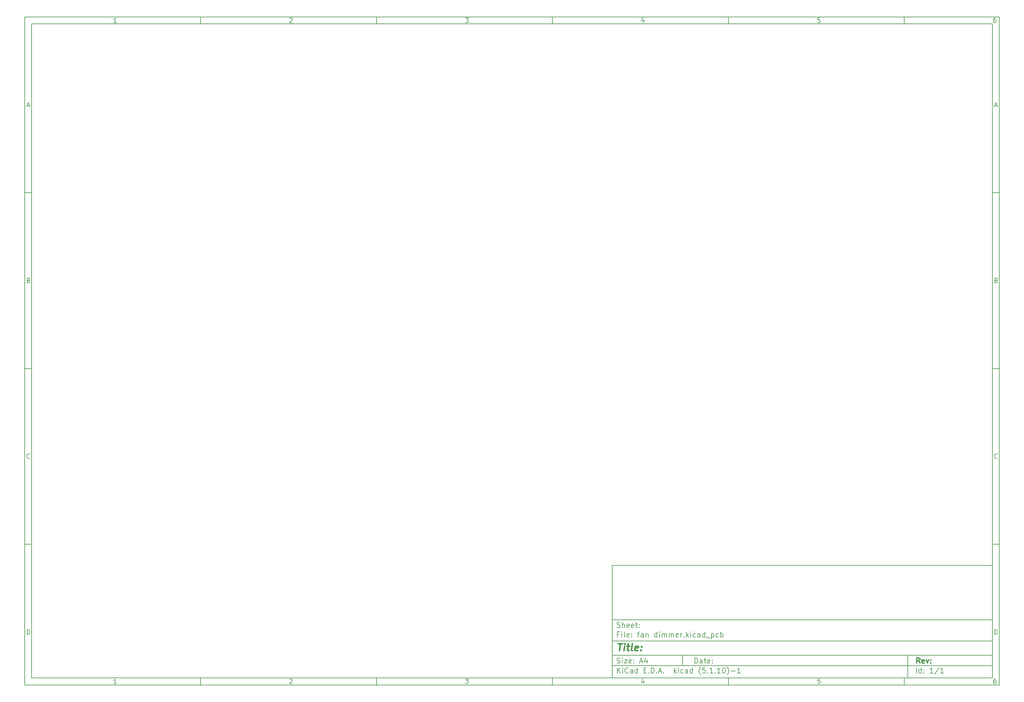
<source format=gbo>
%TF.GenerationSoftware,KiCad,Pcbnew,(5.1.10)-1*%
%TF.CreationDate,2021-11-11T09:46:56+05:30*%
%TF.ProjectId,fan dimmer,66616e20-6469-46d6-9d65-722e6b696361,rev?*%
%TF.SameCoordinates,Original*%
%TF.FileFunction,Legend,Bot*%
%TF.FilePolarity,Positive*%
%FSLAX46Y46*%
G04 Gerber Fmt 4.6, Leading zero omitted, Abs format (unit mm)*
G04 Created by KiCad (PCBNEW (5.1.10)-1) date 2021-11-11 09:46:56*
%MOMM*%
%LPD*%
G01*
G04 APERTURE LIST*
%ADD10C,0.100000*%
%ADD11C,0.150000*%
%ADD12C,0.300000*%
%ADD13C,0.400000*%
G04 APERTURE END LIST*
D10*
D11*
X177002200Y-166007200D02*
X177002200Y-198007200D01*
X285002200Y-198007200D01*
X285002200Y-166007200D01*
X177002200Y-166007200D01*
D10*
D11*
X10000000Y-10000000D02*
X10000000Y-200007200D01*
X287002200Y-200007200D01*
X287002200Y-10000000D01*
X10000000Y-10000000D01*
D10*
D11*
X12000000Y-12000000D02*
X12000000Y-198007200D01*
X285002200Y-198007200D01*
X285002200Y-12000000D01*
X12000000Y-12000000D01*
D10*
D11*
X60000000Y-12000000D02*
X60000000Y-10000000D01*
D10*
D11*
X110000000Y-12000000D02*
X110000000Y-10000000D01*
D10*
D11*
X160000000Y-12000000D02*
X160000000Y-10000000D01*
D10*
D11*
X210000000Y-12000000D02*
X210000000Y-10000000D01*
D10*
D11*
X260000000Y-12000000D02*
X260000000Y-10000000D01*
D10*
D11*
X36065476Y-11588095D02*
X35322619Y-11588095D01*
X35694047Y-11588095D02*
X35694047Y-10288095D01*
X35570238Y-10473809D01*
X35446428Y-10597619D01*
X35322619Y-10659523D01*
D10*
D11*
X85322619Y-10411904D02*
X85384523Y-10350000D01*
X85508333Y-10288095D01*
X85817857Y-10288095D01*
X85941666Y-10350000D01*
X86003571Y-10411904D01*
X86065476Y-10535714D01*
X86065476Y-10659523D01*
X86003571Y-10845238D01*
X85260714Y-11588095D01*
X86065476Y-11588095D01*
D10*
D11*
X135260714Y-10288095D02*
X136065476Y-10288095D01*
X135632142Y-10783333D01*
X135817857Y-10783333D01*
X135941666Y-10845238D01*
X136003571Y-10907142D01*
X136065476Y-11030952D01*
X136065476Y-11340476D01*
X136003571Y-11464285D01*
X135941666Y-11526190D01*
X135817857Y-11588095D01*
X135446428Y-11588095D01*
X135322619Y-11526190D01*
X135260714Y-11464285D01*
D10*
D11*
X185941666Y-10721428D02*
X185941666Y-11588095D01*
X185632142Y-10226190D02*
X185322619Y-11154761D01*
X186127380Y-11154761D01*
D10*
D11*
X236003571Y-10288095D02*
X235384523Y-10288095D01*
X235322619Y-10907142D01*
X235384523Y-10845238D01*
X235508333Y-10783333D01*
X235817857Y-10783333D01*
X235941666Y-10845238D01*
X236003571Y-10907142D01*
X236065476Y-11030952D01*
X236065476Y-11340476D01*
X236003571Y-11464285D01*
X235941666Y-11526190D01*
X235817857Y-11588095D01*
X235508333Y-11588095D01*
X235384523Y-11526190D01*
X235322619Y-11464285D01*
D10*
D11*
X285941666Y-10288095D02*
X285694047Y-10288095D01*
X285570238Y-10350000D01*
X285508333Y-10411904D01*
X285384523Y-10597619D01*
X285322619Y-10845238D01*
X285322619Y-11340476D01*
X285384523Y-11464285D01*
X285446428Y-11526190D01*
X285570238Y-11588095D01*
X285817857Y-11588095D01*
X285941666Y-11526190D01*
X286003571Y-11464285D01*
X286065476Y-11340476D01*
X286065476Y-11030952D01*
X286003571Y-10907142D01*
X285941666Y-10845238D01*
X285817857Y-10783333D01*
X285570238Y-10783333D01*
X285446428Y-10845238D01*
X285384523Y-10907142D01*
X285322619Y-11030952D01*
D10*
D11*
X60000000Y-198007200D02*
X60000000Y-200007200D01*
D10*
D11*
X110000000Y-198007200D02*
X110000000Y-200007200D01*
D10*
D11*
X160000000Y-198007200D02*
X160000000Y-200007200D01*
D10*
D11*
X210000000Y-198007200D02*
X210000000Y-200007200D01*
D10*
D11*
X260000000Y-198007200D02*
X260000000Y-200007200D01*
D10*
D11*
X36065476Y-199595295D02*
X35322619Y-199595295D01*
X35694047Y-199595295D02*
X35694047Y-198295295D01*
X35570238Y-198481009D01*
X35446428Y-198604819D01*
X35322619Y-198666723D01*
D10*
D11*
X85322619Y-198419104D02*
X85384523Y-198357200D01*
X85508333Y-198295295D01*
X85817857Y-198295295D01*
X85941666Y-198357200D01*
X86003571Y-198419104D01*
X86065476Y-198542914D01*
X86065476Y-198666723D01*
X86003571Y-198852438D01*
X85260714Y-199595295D01*
X86065476Y-199595295D01*
D10*
D11*
X135260714Y-198295295D02*
X136065476Y-198295295D01*
X135632142Y-198790533D01*
X135817857Y-198790533D01*
X135941666Y-198852438D01*
X136003571Y-198914342D01*
X136065476Y-199038152D01*
X136065476Y-199347676D01*
X136003571Y-199471485D01*
X135941666Y-199533390D01*
X135817857Y-199595295D01*
X135446428Y-199595295D01*
X135322619Y-199533390D01*
X135260714Y-199471485D01*
D10*
D11*
X185941666Y-198728628D02*
X185941666Y-199595295D01*
X185632142Y-198233390D02*
X185322619Y-199161961D01*
X186127380Y-199161961D01*
D10*
D11*
X236003571Y-198295295D02*
X235384523Y-198295295D01*
X235322619Y-198914342D01*
X235384523Y-198852438D01*
X235508333Y-198790533D01*
X235817857Y-198790533D01*
X235941666Y-198852438D01*
X236003571Y-198914342D01*
X236065476Y-199038152D01*
X236065476Y-199347676D01*
X236003571Y-199471485D01*
X235941666Y-199533390D01*
X235817857Y-199595295D01*
X235508333Y-199595295D01*
X235384523Y-199533390D01*
X235322619Y-199471485D01*
D10*
D11*
X285941666Y-198295295D02*
X285694047Y-198295295D01*
X285570238Y-198357200D01*
X285508333Y-198419104D01*
X285384523Y-198604819D01*
X285322619Y-198852438D01*
X285322619Y-199347676D01*
X285384523Y-199471485D01*
X285446428Y-199533390D01*
X285570238Y-199595295D01*
X285817857Y-199595295D01*
X285941666Y-199533390D01*
X286003571Y-199471485D01*
X286065476Y-199347676D01*
X286065476Y-199038152D01*
X286003571Y-198914342D01*
X285941666Y-198852438D01*
X285817857Y-198790533D01*
X285570238Y-198790533D01*
X285446428Y-198852438D01*
X285384523Y-198914342D01*
X285322619Y-199038152D01*
D10*
D11*
X10000000Y-60000000D02*
X12000000Y-60000000D01*
D10*
D11*
X10000000Y-110000000D02*
X12000000Y-110000000D01*
D10*
D11*
X10000000Y-160000000D02*
X12000000Y-160000000D01*
D10*
D11*
X10690476Y-35216666D02*
X11309523Y-35216666D01*
X10566666Y-35588095D02*
X11000000Y-34288095D01*
X11433333Y-35588095D01*
D10*
D11*
X11092857Y-84907142D02*
X11278571Y-84969047D01*
X11340476Y-85030952D01*
X11402380Y-85154761D01*
X11402380Y-85340476D01*
X11340476Y-85464285D01*
X11278571Y-85526190D01*
X11154761Y-85588095D01*
X10659523Y-85588095D01*
X10659523Y-84288095D01*
X11092857Y-84288095D01*
X11216666Y-84350000D01*
X11278571Y-84411904D01*
X11340476Y-84535714D01*
X11340476Y-84659523D01*
X11278571Y-84783333D01*
X11216666Y-84845238D01*
X11092857Y-84907142D01*
X10659523Y-84907142D01*
D10*
D11*
X11402380Y-135464285D02*
X11340476Y-135526190D01*
X11154761Y-135588095D01*
X11030952Y-135588095D01*
X10845238Y-135526190D01*
X10721428Y-135402380D01*
X10659523Y-135278571D01*
X10597619Y-135030952D01*
X10597619Y-134845238D01*
X10659523Y-134597619D01*
X10721428Y-134473809D01*
X10845238Y-134350000D01*
X11030952Y-134288095D01*
X11154761Y-134288095D01*
X11340476Y-134350000D01*
X11402380Y-134411904D01*
D10*
D11*
X10659523Y-185588095D02*
X10659523Y-184288095D01*
X10969047Y-184288095D01*
X11154761Y-184350000D01*
X11278571Y-184473809D01*
X11340476Y-184597619D01*
X11402380Y-184845238D01*
X11402380Y-185030952D01*
X11340476Y-185278571D01*
X11278571Y-185402380D01*
X11154761Y-185526190D01*
X10969047Y-185588095D01*
X10659523Y-185588095D01*
D10*
D11*
X287002200Y-60000000D02*
X285002200Y-60000000D01*
D10*
D11*
X287002200Y-110000000D02*
X285002200Y-110000000D01*
D10*
D11*
X287002200Y-160000000D02*
X285002200Y-160000000D01*
D10*
D11*
X285692676Y-35216666D02*
X286311723Y-35216666D01*
X285568866Y-35588095D02*
X286002200Y-34288095D01*
X286435533Y-35588095D01*
D10*
D11*
X286095057Y-84907142D02*
X286280771Y-84969047D01*
X286342676Y-85030952D01*
X286404580Y-85154761D01*
X286404580Y-85340476D01*
X286342676Y-85464285D01*
X286280771Y-85526190D01*
X286156961Y-85588095D01*
X285661723Y-85588095D01*
X285661723Y-84288095D01*
X286095057Y-84288095D01*
X286218866Y-84350000D01*
X286280771Y-84411904D01*
X286342676Y-84535714D01*
X286342676Y-84659523D01*
X286280771Y-84783333D01*
X286218866Y-84845238D01*
X286095057Y-84907142D01*
X285661723Y-84907142D01*
D10*
D11*
X286404580Y-135464285D02*
X286342676Y-135526190D01*
X286156961Y-135588095D01*
X286033152Y-135588095D01*
X285847438Y-135526190D01*
X285723628Y-135402380D01*
X285661723Y-135278571D01*
X285599819Y-135030952D01*
X285599819Y-134845238D01*
X285661723Y-134597619D01*
X285723628Y-134473809D01*
X285847438Y-134350000D01*
X286033152Y-134288095D01*
X286156961Y-134288095D01*
X286342676Y-134350000D01*
X286404580Y-134411904D01*
D10*
D11*
X285661723Y-185588095D02*
X285661723Y-184288095D01*
X285971247Y-184288095D01*
X286156961Y-184350000D01*
X286280771Y-184473809D01*
X286342676Y-184597619D01*
X286404580Y-184845238D01*
X286404580Y-185030952D01*
X286342676Y-185278571D01*
X286280771Y-185402380D01*
X286156961Y-185526190D01*
X285971247Y-185588095D01*
X285661723Y-185588095D01*
D10*
D11*
X200434342Y-193785771D02*
X200434342Y-192285771D01*
X200791485Y-192285771D01*
X201005771Y-192357200D01*
X201148628Y-192500057D01*
X201220057Y-192642914D01*
X201291485Y-192928628D01*
X201291485Y-193142914D01*
X201220057Y-193428628D01*
X201148628Y-193571485D01*
X201005771Y-193714342D01*
X200791485Y-193785771D01*
X200434342Y-193785771D01*
X202577200Y-193785771D02*
X202577200Y-193000057D01*
X202505771Y-192857200D01*
X202362914Y-192785771D01*
X202077200Y-192785771D01*
X201934342Y-192857200D01*
X202577200Y-193714342D02*
X202434342Y-193785771D01*
X202077200Y-193785771D01*
X201934342Y-193714342D01*
X201862914Y-193571485D01*
X201862914Y-193428628D01*
X201934342Y-193285771D01*
X202077200Y-193214342D01*
X202434342Y-193214342D01*
X202577200Y-193142914D01*
X203077200Y-192785771D02*
X203648628Y-192785771D01*
X203291485Y-192285771D02*
X203291485Y-193571485D01*
X203362914Y-193714342D01*
X203505771Y-193785771D01*
X203648628Y-193785771D01*
X204720057Y-193714342D02*
X204577200Y-193785771D01*
X204291485Y-193785771D01*
X204148628Y-193714342D01*
X204077200Y-193571485D01*
X204077200Y-193000057D01*
X204148628Y-192857200D01*
X204291485Y-192785771D01*
X204577200Y-192785771D01*
X204720057Y-192857200D01*
X204791485Y-193000057D01*
X204791485Y-193142914D01*
X204077200Y-193285771D01*
X205434342Y-193642914D02*
X205505771Y-193714342D01*
X205434342Y-193785771D01*
X205362914Y-193714342D01*
X205434342Y-193642914D01*
X205434342Y-193785771D01*
X205434342Y-192857200D02*
X205505771Y-192928628D01*
X205434342Y-193000057D01*
X205362914Y-192928628D01*
X205434342Y-192857200D01*
X205434342Y-193000057D01*
D10*
D11*
X177002200Y-194507200D02*
X285002200Y-194507200D01*
D10*
D11*
X178434342Y-196585771D02*
X178434342Y-195085771D01*
X179291485Y-196585771D02*
X178648628Y-195728628D01*
X179291485Y-195085771D02*
X178434342Y-195942914D01*
X179934342Y-196585771D02*
X179934342Y-195585771D01*
X179934342Y-195085771D02*
X179862914Y-195157200D01*
X179934342Y-195228628D01*
X180005771Y-195157200D01*
X179934342Y-195085771D01*
X179934342Y-195228628D01*
X181505771Y-196442914D02*
X181434342Y-196514342D01*
X181220057Y-196585771D01*
X181077200Y-196585771D01*
X180862914Y-196514342D01*
X180720057Y-196371485D01*
X180648628Y-196228628D01*
X180577200Y-195942914D01*
X180577200Y-195728628D01*
X180648628Y-195442914D01*
X180720057Y-195300057D01*
X180862914Y-195157200D01*
X181077200Y-195085771D01*
X181220057Y-195085771D01*
X181434342Y-195157200D01*
X181505771Y-195228628D01*
X182791485Y-196585771D02*
X182791485Y-195800057D01*
X182720057Y-195657200D01*
X182577200Y-195585771D01*
X182291485Y-195585771D01*
X182148628Y-195657200D01*
X182791485Y-196514342D02*
X182648628Y-196585771D01*
X182291485Y-196585771D01*
X182148628Y-196514342D01*
X182077200Y-196371485D01*
X182077200Y-196228628D01*
X182148628Y-196085771D01*
X182291485Y-196014342D01*
X182648628Y-196014342D01*
X182791485Y-195942914D01*
X184148628Y-196585771D02*
X184148628Y-195085771D01*
X184148628Y-196514342D02*
X184005771Y-196585771D01*
X183720057Y-196585771D01*
X183577200Y-196514342D01*
X183505771Y-196442914D01*
X183434342Y-196300057D01*
X183434342Y-195871485D01*
X183505771Y-195728628D01*
X183577200Y-195657200D01*
X183720057Y-195585771D01*
X184005771Y-195585771D01*
X184148628Y-195657200D01*
X186005771Y-195800057D02*
X186505771Y-195800057D01*
X186720057Y-196585771D02*
X186005771Y-196585771D01*
X186005771Y-195085771D01*
X186720057Y-195085771D01*
X187362914Y-196442914D02*
X187434342Y-196514342D01*
X187362914Y-196585771D01*
X187291485Y-196514342D01*
X187362914Y-196442914D01*
X187362914Y-196585771D01*
X188077200Y-196585771D02*
X188077200Y-195085771D01*
X188434342Y-195085771D01*
X188648628Y-195157200D01*
X188791485Y-195300057D01*
X188862914Y-195442914D01*
X188934342Y-195728628D01*
X188934342Y-195942914D01*
X188862914Y-196228628D01*
X188791485Y-196371485D01*
X188648628Y-196514342D01*
X188434342Y-196585771D01*
X188077200Y-196585771D01*
X189577200Y-196442914D02*
X189648628Y-196514342D01*
X189577200Y-196585771D01*
X189505771Y-196514342D01*
X189577200Y-196442914D01*
X189577200Y-196585771D01*
X190220057Y-196157200D02*
X190934342Y-196157200D01*
X190077200Y-196585771D02*
X190577200Y-195085771D01*
X191077200Y-196585771D01*
X191577200Y-196442914D02*
X191648628Y-196514342D01*
X191577200Y-196585771D01*
X191505771Y-196514342D01*
X191577200Y-196442914D01*
X191577200Y-196585771D01*
X194577200Y-196585771D02*
X194577200Y-195085771D01*
X194720057Y-196014342D02*
X195148628Y-196585771D01*
X195148628Y-195585771D02*
X194577200Y-196157200D01*
X195791485Y-196585771D02*
X195791485Y-195585771D01*
X195791485Y-195085771D02*
X195720057Y-195157200D01*
X195791485Y-195228628D01*
X195862914Y-195157200D01*
X195791485Y-195085771D01*
X195791485Y-195228628D01*
X197148628Y-196514342D02*
X197005771Y-196585771D01*
X196720057Y-196585771D01*
X196577200Y-196514342D01*
X196505771Y-196442914D01*
X196434342Y-196300057D01*
X196434342Y-195871485D01*
X196505771Y-195728628D01*
X196577200Y-195657200D01*
X196720057Y-195585771D01*
X197005771Y-195585771D01*
X197148628Y-195657200D01*
X198434342Y-196585771D02*
X198434342Y-195800057D01*
X198362914Y-195657200D01*
X198220057Y-195585771D01*
X197934342Y-195585771D01*
X197791485Y-195657200D01*
X198434342Y-196514342D02*
X198291485Y-196585771D01*
X197934342Y-196585771D01*
X197791485Y-196514342D01*
X197720057Y-196371485D01*
X197720057Y-196228628D01*
X197791485Y-196085771D01*
X197934342Y-196014342D01*
X198291485Y-196014342D01*
X198434342Y-195942914D01*
X199791485Y-196585771D02*
X199791485Y-195085771D01*
X199791485Y-196514342D02*
X199648628Y-196585771D01*
X199362914Y-196585771D01*
X199220057Y-196514342D01*
X199148628Y-196442914D01*
X199077200Y-196300057D01*
X199077200Y-195871485D01*
X199148628Y-195728628D01*
X199220057Y-195657200D01*
X199362914Y-195585771D01*
X199648628Y-195585771D01*
X199791485Y-195657200D01*
X202077200Y-197157200D02*
X202005771Y-197085771D01*
X201862914Y-196871485D01*
X201791485Y-196728628D01*
X201720057Y-196514342D01*
X201648628Y-196157200D01*
X201648628Y-195871485D01*
X201720057Y-195514342D01*
X201791485Y-195300057D01*
X201862914Y-195157200D01*
X202005771Y-194942914D01*
X202077200Y-194871485D01*
X203362914Y-195085771D02*
X202648628Y-195085771D01*
X202577200Y-195800057D01*
X202648628Y-195728628D01*
X202791485Y-195657200D01*
X203148628Y-195657200D01*
X203291485Y-195728628D01*
X203362914Y-195800057D01*
X203434342Y-195942914D01*
X203434342Y-196300057D01*
X203362914Y-196442914D01*
X203291485Y-196514342D01*
X203148628Y-196585771D01*
X202791485Y-196585771D01*
X202648628Y-196514342D01*
X202577200Y-196442914D01*
X204077200Y-196442914D02*
X204148628Y-196514342D01*
X204077200Y-196585771D01*
X204005771Y-196514342D01*
X204077200Y-196442914D01*
X204077200Y-196585771D01*
X205577200Y-196585771D02*
X204720057Y-196585771D01*
X205148628Y-196585771D02*
X205148628Y-195085771D01*
X205005771Y-195300057D01*
X204862914Y-195442914D01*
X204720057Y-195514342D01*
X206220057Y-196442914D02*
X206291485Y-196514342D01*
X206220057Y-196585771D01*
X206148628Y-196514342D01*
X206220057Y-196442914D01*
X206220057Y-196585771D01*
X207720057Y-196585771D02*
X206862914Y-196585771D01*
X207291485Y-196585771D02*
X207291485Y-195085771D01*
X207148628Y-195300057D01*
X207005771Y-195442914D01*
X206862914Y-195514342D01*
X208648628Y-195085771D02*
X208791485Y-195085771D01*
X208934342Y-195157200D01*
X209005771Y-195228628D01*
X209077200Y-195371485D01*
X209148628Y-195657200D01*
X209148628Y-196014342D01*
X209077200Y-196300057D01*
X209005771Y-196442914D01*
X208934342Y-196514342D01*
X208791485Y-196585771D01*
X208648628Y-196585771D01*
X208505771Y-196514342D01*
X208434342Y-196442914D01*
X208362914Y-196300057D01*
X208291485Y-196014342D01*
X208291485Y-195657200D01*
X208362914Y-195371485D01*
X208434342Y-195228628D01*
X208505771Y-195157200D01*
X208648628Y-195085771D01*
X209648628Y-197157200D02*
X209720057Y-197085771D01*
X209862914Y-196871485D01*
X209934342Y-196728628D01*
X210005771Y-196514342D01*
X210077200Y-196157200D01*
X210077200Y-195871485D01*
X210005771Y-195514342D01*
X209934342Y-195300057D01*
X209862914Y-195157200D01*
X209720057Y-194942914D01*
X209648628Y-194871485D01*
X210791485Y-196014342D02*
X211934342Y-196014342D01*
X213434342Y-196585771D02*
X212577200Y-196585771D01*
X213005771Y-196585771D02*
X213005771Y-195085771D01*
X212862914Y-195300057D01*
X212720057Y-195442914D01*
X212577200Y-195514342D01*
D10*
D11*
X177002200Y-191507200D02*
X285002200Y-191507200D01*
D10*
D12*
X264411485Y-193785771D02*
X263911485Y-193071485D01*
X263554342Y-193785771D02*
X263554342Y-192285771D01*
X264125771Y-192285771D01*
X264268628Y-192357200D01*
X264340057Y-192428628D01*
X264411485Y-192571485D01*
X264411485Y-192785771D01*
X264340057Y-192928628D01*
X264268628Y-193000057D01*
X264125771Y-193071485D01*
X263554342Y-193071485D01*
X265625771Y-193714342D02*
X265482914Y-193785771D01*
X265197200Y-193785771D01*
X265054342Y-193714342D01*
X264982914Y-193571485D01*
X264982914Y-193000057D01*
X265054342Y-192857200D01*
X265197200Y-192785771D01*
X265482914Y-192785771D01*
X265625771Y-192857200D01*
X265697200Y-193000057D01*
X265697200Y-193142914D01*
X264982914Y-193285771D01*
X266197200Y-192785771D02*
X266554342Y-193785771D01*
X266911485Y-192785771D01*
X267482914Y-193642914D02*
X267554342Y-193714342D01*
X267482914Y-193785771D01*
X267411485Y-193714342D01*
X267482914Y-193642914D01*
X267482914Y-193785771D01*
X267482914Y-192857200D02*
X267554342Y-192928628D01*
X267482914Y-193000057D01*
X267411485Y-192928628D01*
X267482914Y-192857200D01*
X267482914Y-193000057D01*
D10*
D11*
X178362914Y-193714342D02*
X178577200Y-193785771D01*
X178934342Y-193785771D01*
X179077200Y-193714342D01*
X179148628Y-193642914D01*
X179220057Y-193500057D01*
X179220057Y-193357200D01*
X179148628Y-193214342D01*
X179077200Y-193142914D01*
X178934342Y-193071485D01*
X178648628Y-193000057D01*
X178505771Y-192928628D01*
X178434342Y-192857200D01*
X178362914Y-192714342D01*
X178362914Y-192571485D01*
X178434342Y-192428628D01*
X178505771Y-192357200D01*
X178648628Y-192285771D01*
X179005771Y-192285771D01*
X179220057Y-192357200D01*
X179862914Y-193785771D02*
X179862914Y-192785771D01*
X179862914Y-192285771D02*
X179791485Y-192357200D01*
X179862914Y-192428628D01*
X179934342Y-192357200D01*
X179862914Y-192285771D01*
X179862914Y-192428628D01*
X180434342Y-192785771D02*
X181220057Y-192785771D01*
X180434342Y-193785771D01*
X181220057Y-193785771D01*
X182362914Y-193714342D02*
X182220057Y-193785771D01*
X181934342Y-193785771D01*
X181791485Y-193714342D01*
X181720057Y-193571485D01*
X181720057Y-193000057D01*
X181791485Y-192857200D01*
X181934342Y-192785771D01*
X182220057Y-192785771D01*
X182362914Y-192857200D01*
X182434342Y-193000057D01*
X182434342Y-193142914D01*
X181720057Y-193285771D01*
X183077200Y-193642914D02*
X183148628Y-193714342D01*
X183077200Y-193785771D01*
X183005771Y-193714342D01*
X183077200Y-193642914D01*
X183077200Y-193785771D01*
X183077200Y-192857200D02*
X183148628Y-192928628D01*
X183077200Y-193000057D01*
X183005771Y-192928628D01*
X183077200Y-192857200D01*
X183077200Y-193000057D01*
X184862914Y-193357200D02*
X185577200Y-193357200D01*
X184720057Y-193785771D02*
X185220057Y-192285771D01*
X185720057Y-193785771D01*
X186862914Y-192785771D02*
X186862914Y-193785771D01*
X186505771Y-192214342D02*
X186148628Y-193285771D01*
X187077200Y-193285771D01*
D10*
D11*
X263434342Y-196585771D02*
X263434342Y-195085771D01*
X264791485Y-196585771D02*
X264791485Y-195085771D01*
X264791485Y-196514342D02*
X264648628Y-196585771D01*
X264362914Y-196585771D01*
X264220057Y-196514342D01*
X264148628Y-196442914D01*
X264077200Y-196300057D01*
X264077200Y-195871485D01*
X264148628Y-195728628D01*
X264220057Y-195657200D01*
X264362914Y-195585771D01*
X264648628Y-195585771D01*
X264791485Y-195657200D01*
X265505771Y-196442914D02*
X265577200Y-196514342D01*
X265505771Y-196585771D01*
X265434342Y-196514342D01*
X265505771Y-196442914D01*
X265505771Y-196585771D01*
X265505771Y-195657200D02*
X265577200Y-195728628D01*
X265505771Y-195800057D01*
X265434342Y-195728628D01*
X265505771Y-195657200D01*
X265505771Y-195800057D01*
X268148628Y-196585771D02*
X267291485Y-196585771D01*
X267720057Y-196585771D02*
X267720057Y-195085771D01*
X267577200Y-195300057D01*
X267434342Y-195442914D01*
X267291485Y-195514342D01*
X269862914Y-195014342D02*
X268577200Y-196942914D01*
X271148628Y-196585771D02*
X270291485Y-196585771D01*
X270720057Y-196585771D02*
X270720057Y-195085771D01*
X270577200Y-195300057D01*
X270434342Y-195442914D01*
X270291485Y-195514342D01*
D10*
D11*
X177002200Y-187507200D02*
X285002200Y-187507200D01*
D10*
D13*
X178714580Y-188211961D02*
X179857438Y-188211961D01*
X179036009Y-190211961D02*
X179286009Y-188211961D01*
X180274104Y-190211961D02*
X180440771Y-188878628D01*
X180524104Y-188211961D02*
X180416961Y-188307200D01*
X180500295Y-188402438D01*
X180607438Y-188307200D01*
X180524104Y-188211961D01*
X180500295Y-188402438D01*
X181107438Y-188878628D02*
X181869342Y-188878628D01*
X181476485Y-188211961D02*
X181262200Y-189926247D01*
X181333628Y-190116723D01*
X181512200Y-190211961D01*
X181702676Y-190211961D01*
X182655057Y-190211961D02*
X182476485Y-190116723D01*
X182405057Y-189926247D01*
X182619342Y-188211961D01*
X184190771Y-190116723D02*
X183988390Y-190211961D01*
X183607438Y-190211961D01*
X183428866Y-190116723D01*
X183357438Y-189926247D01*
X183452676Y-189164342D01*
X183571723Y-188973866D01*
X183774104Y-188878628D01*
X184155057Y-188878628D01*
X184333628Y-188973866D01*
X184405057Y-189164342D01*
X184381247Y-189354819D01*
X183405057Y-189545295D01*
X185155057Y-190021485D02*
X185238390Y-190116723D01*
X185131247Y-190211961D01*
X185047914Y-190116723D01*
X185155057Y-190021485D01*
X185131247Y-190211961D01*
X185286009Y-188973866D02*
X185369342Y-189069104D01*
X185262200Y-189164342D01*
X185178866Y-189069104D01*
X185286009Y-188973866D01*
X185262200Y-189164342D01*
D10*
D11*
X178934342Y-185600057D02*
X178434342Y-185600057D01*
X178434342Y-186385771D02*
X178434342Y-184885771D01*
X179148628Y-184885771D01*
X179720057Y-186385771D02*
X179720057Y-185385771D01*
X179720057Y-184885771D02*
X179648628Y-184957200D01*
X179720057Y-185028628D01*
X179791485Y-184957200D01*
X179720057Y-184885771D01*
X179720057Y-185028628D01*
X180648628Y-186385771D02*
X180505771Y-186314342D01*
X180434342Y-186171485D01*
X180434342Y-184885771D01*
X181791485Y-186314342D02*
X181648628Y-186385771D01*
X181362914Y-186385771D01*
X181220057Y-186314342D01*
X181148628Y-186171485D01*
X181148628Y-185600057D01*
X181220057Y-185457200D01*
X181362914Y-185385771D01*
X181648628Y-185385771D01*
X181791485Y-185457200D01*
X181862914Y-185600057D01*
X181862914Y-185742914D01*
X181148628Y-185885771D01*
X182505771Y-186242914D02*
X182577200Y-186314342D01*
X182505771Y-186385771D01*
X182434342Y-186314342D01*
X182505771Y-186242914D01*
X182505771Y-186385771D01*
X182505771Y-185457200D02*
X182577200Y-185528628D01*
X182505771Y-185600057D01*
X182434342Y-185528628D01*
X182505771Y-185457200D01*
X182505771Y-185600057D01*
X184148628Y-185385771D02*
X184720057Y-185385771D01*
X184362914Y-186385771D02*
X184362914Y-185100057D01*
X184434342Y-184957200D01*
X184577200Y-184885771D01*
X184720057Y-184885771D01*
X185862914Y-186385771D02*
X185862914Y-185600057D01*
X185791485Y-185457200D01*
X185648628Y-185385771D01*
X185362914Y-185385771D01*
X185220057Y-185457200D01*
X185862914Y-186314342D02*
X185720057Y-186385771D01*
X185362914Y-186385771D01*
X185220057Y-186314342D01*
X185148628Y-186171485D01*
X185148628Y-186028628D01*
X185220057Y-185885771D01*
X185362914Y-185814342D01*
X185720057Y-185814342D01*
X185862914Y-185742914D01*
X186577200Y-185385771D02*
X186577200Y-186385771D01*
X186577200Y-185528628D02*
X186648628Y-185457200D01*
X186791485Y-185385771D01*
X187005771Y-185385771D01*
X187148628Y-185457200D01*
X187220057Y-185600057D01*
X187220057Y-186385771D01*
X189720057Y-186385771D02*
X189720057Y-184885771D01*
X189720057Y-186314342D02*
X189577200Y-186385771D01*
X189291485Y-186385771D01*
X189148628Y-186314342D01*
X189077200Y-186242914D01*
X189005771Y-186100057D01*
X189005771Y-185671485D01*
X189077200Y-185528628D01*
X189148628Y-185457200D01*
X189291485Y-185385771D01*
X189577200Y-185385771D01*
X189720057Y-185457200D01*
X190434342Y-186385771D02*
X190434342Y-185385771D01*
X190434342Y-184885771D02*
X190362914Y-184957200D01*
X190434342Y-185028628D01*
X190505771Y-184957200D01*
X190434342Y-184885771D01*
X190434342Y-185028628D01*
X191148628Y-186385771D02*
X191148628Y-185385771D01*
X191148628Y-185528628D02*
X191220057Y-185457200D01*
X191362914Y-185385771D01*
X191577200Y-185385771D01*
X191720057Y-185457200D01*
X191791485Y-185600057D01*
X191791485Y-186385771D01*
X191791485Y-185600057D02*
X191862914Y-185457200D01*
X192005771Y-185385771D01*
X192220057Y-185385771D01*
X192362914Y-185457200D01*
X192434342Y-185600057D01*
X192434342Y-186385771D01*
X193148628Y-186385771D02*
X193148628Y-185385771D01*
X193148628Y-185528628D02*
X193220057Y-185457200D01*
X193362914Y-185385771D01*
X193577200Y-185385771D01*
X193720057Y-185457200D01*
X193791485Y-185600057D01*
X193791485Y-186385771D01*
X193791485Y-185600057D02*
X193862914Y-185457200D01*
X194005771Y-185385771D01*
X194220057Y-185385771D01*
X194362914Y-185457200D01*
X194434342Y-185600057D01*
X194434342Y-186385771D01*
X195720057Y-186314342D02*
X195577200Y-186385771D01*
X195291485Y-186385771D01*
X195148628Y-186314342D01*
X195077200Y-186171485D01*
X195077200Y-185600057D01*
X195148628Y-185457200D01*
X195291485Y-185385771D01*
X195577200Y-185385771D01*
X195720057Y-185457200D01*
X195791485Y-185600057D01*
X195791485Y-185742914D01*
X195077200Y-185885771D01*
X196434342Y-186385771D02*
X196434342Y-185385771D01*
X196434342Y-185671485D02*
X196505771Y-185528628D01*
X196577200Y-185457200D01*
X196720057Y-185385771D01*
X196862914Y-185385771D01*
X197362914Y-186242914D02*
X197434342Y-186314342D01*
X197362914Y-186385771D01*
X197291485Y-186314342D01*
X197362914Y-186242914D01*
X197362914Y-186385771D01*
X198077200Y-186385771D02*
X198077200Y-184885771D01*
X198220057Y-185814342D02*
X198648628Y-186385771D01*
X198648628Y-185385771D02*
X198077200Y-185957200D01*
X199291485Y-186385771D02*
X199291485Y-185385771D01*
X199291485Y-184885771D02*
X199220057Y-184957200D01*
X199291485Y-185028628D01*
X199362914Y-184957200D01*
X199291485Y-184885771D01*
X199291485Y-185028628D01*
X200648628Y-186314342D02*
X200505771Y-186385771D01*
X200220057Y-186385771D01*
X200077200Y-186314342D01*
X200005771Y-186242914D01*
X199934342Y-186100057D01*
X199934342Y-185671485D01*
X200005771Y-185528628D01*
X200077200Y-185457200D01*
X200220057Y-185385771D01*
X200505771Y-185385771D01*
X200648628Y-185457200D01*
X201934342Y-186385771D02*
X201934342Y-185600057D01*
X201862914Y-185457200D01*
X201720057Y-185385771D01*
X201434342Y-185385771D01*
X201291485Y-185457200D01*
X201934342Y-186314342D02*
X201791485Y-186385771D01*
X201434342Y-186385771D01*
X201291485Y-186314342D01*
X201220057Y-186171485D01*
X201220057Y-186028628D01*
X201291485Y-185885771D01*
X201434342Y-185814342D01*
X201791485Y-185814342D01*
X201934342Y-185742914D01*
X203291485Y-186385771D02*
X203291485Y-184885771D01*
X203291485Y-186314342D02*
X203148628Y-186385771D01*
X202862914Y-186385771D01*
X202720057Y-186314342D01*
X202648628Y-186242914D01*
X202577200Y-186100057D01*
X202577200Y-185671485D01*
X202648628Y-185528628D01*
X202720057Y-185457200D01*
X202862914Y-185385771D01*
X203148628Y-185385771D01*
X203291485Y-185457200D01*
X203648628Y-186528628D02*
X204791485Y-186528628D01*
X205148628Y-185385771D02*
X205148628Y-186885771D01*
X205148628Y-185457200D02*
X205291485Y-185385771D01*
X205577200Y-185385771D01*
X205720057Y-185457200D01*
X205791485Y-185528628D01*
X205862914Y-185671485D01*
X205862914Y-186100057D01*
X205791485Y-186242914D01*
X205720057Y-186314342D01*
X205577200Y-186385771D01*
X205291485Y-186385771D01*
X205148628Y-186314342D01*
X207148628Y-186314342D02*
X207005771Y-186385771D01*
X206720057Y-186385771D01*
X206577200Y-186314342D01*
X206505771Y-186242914D01*
X206434342Y-186100057D01*
X206434342Y-185671485D01*
X206505771Y-185528628D01*
X206577200Y-185457200D01*
X206720057Y-185385771D01*
X207005771Y-185385771D01*
X207148628Y-185457200D01*
X207791485Y-186385771D02*
X207791485Y-184885771D01*
X207791485Y-185457200D02*
X207934342Y-185385771D01*
X208220057Y-185385771D01*
X208362914Y-185457200D01*
X208434342Y-185528628D01*
X208505771Y-185671485D01*
X208505771Y-186100057D01*
X208434342Y-186242914D01*
X208362914Y-186314342D01*
X208220057Y-186385771D01*
X207934342Y-186385771D01*
X207791485Y-186314342D01*
D10*
D11*
X177002200Y-181507200D02*
X285002200Y-181507200D01*
D10*
D11*
X178362914Y-183614342D02*
X178577200Y-183685771D01*
X178934342Y-183685771D01*
X179077200Y-183614342D01*
X179148628Y-183542914D01*
X179220057Y-183400057D01*
X179220057Y-183257200D01*
X179148628Y-183114342D01*
X179077200Y-183042914D01*
X178934342Y-182971485D01*
X178648628Y-182900057D01*
X178505771Y-182828628D01*
X178434342Y-182757200D01*
X178362914Y-182614342D01*
X178362914Y-182471485D01*
X178434342Y-182328628D01*
X178505771Y-182257200D01*
X178648628Y-182185771D01*
X179005771Y-182185771D01*
X179220057Y-182257200D01*
X179862914Y-183685771D02*
X179862914Y-182185771D01*
X180505771Y-183685771D02*
X180505771Y-182900057D01*
X180434342Y-182757200D01*
X180291485Y-182685771D01*
X180077200Y-182685771D01*
X179934342Y-182757200D01*
X179862914Y-182828628D01*
X181791485Y-183614342D02*
X181648628Y-183685771D01*
X181362914Y-183685771D01*
X181220057Y-183614342D01*
X181148628Y-183471485D01*
X181148628Y-182900057D01*
X181220057Y-182757200D01*
X181362914Y-182685771D01*
X181648628Y-182685771D01*
X181791485Y-182757200D01*
X181862914Y-182900057D01*
X181862914Y-183042914D01*
X181148628Y-183185771D01*
X183077200Y-183614342D02*
X182934342Y-183685771D01*
X182648628Y-183685771D01*
X182505771Y-183614342D01*
X182434342Y-183471485D01*
X182434342Y-182900057D01*
X182505771Y-182757200D01*
X182648628Y-182685771D01*
X182934342Y-182685771D01*
X183077200Y-182757200D01*
X183148628Y-182900057D01*
X183148628Y-183042914D01*
X182434342Y-183185771D01*
X183577200Y-182685771D02*
X184148628Y-182685771D01*
X183791485Y-182185771D02*
X183791485Y-183471485D01*
X183862914Y-183614342D01*
X184005771Y-183685771D01*
X184148628Y-183685771D01*
X184648628Y-183542914D02*
X184720057Y-183614342D01*
X184648628Y-183685771D01*
X184577200Y-183614342D01*
X184648628Y-183542914D01*
X184648628Y-183685771D01*
X184648628Y-182757200D02*
X184720057Y-182828628D01*
X184648628Y-182900057D01*
X184577200Y-182828628D01*
X184648628Y-182757200D01*
X184648628Y-182900057D01*
D10*
D11*
X197002200Y-191507200D02*
X197002200Y-194507200D01*
D10*
D11*
X261002200Y-191507200D02*
X261002200Y-198007200D01*
M02*

</source>
